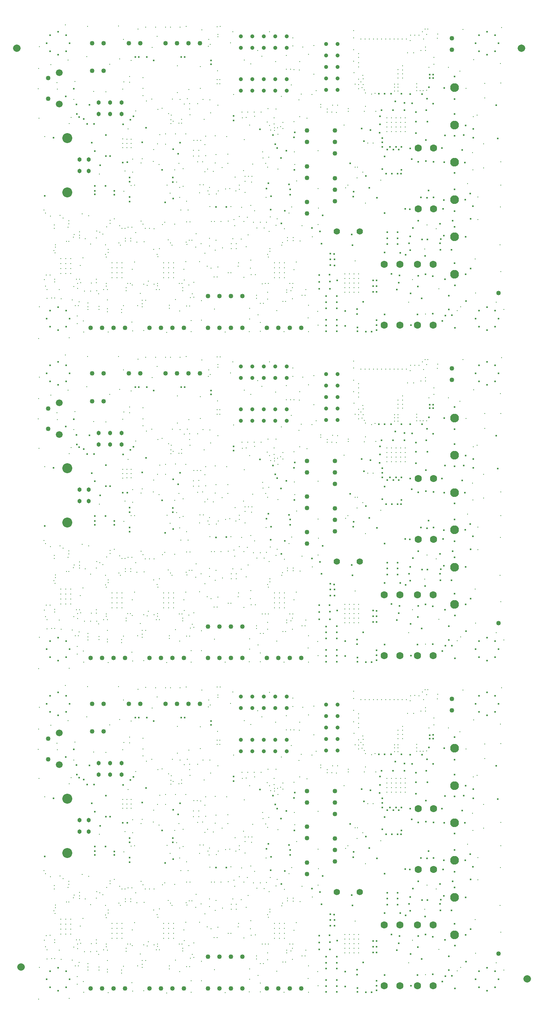
<source format=gbr>
G04 Generated on UCAM*
%FSLAX24Y24*%
%MOIN*%
%IPPOS*%
%ADD10C,0.01000*%
%ADD11C,0.01500*%
%ADD12C,0.03600*%
%ADD13C,0.03800*%
%ADD14C,0.04000*%
%ADD15C,0.05500*%
%ADD16C,0.05900*%
%ADD17C,0.06300*%
%ADD18C,0.07600*%
%ADD19C,0.08700*%
%ADD20C,0.06550*%
%SRX1Y1I0.0000J0.0000*%
%LN29384_drill*%
%LPD*%
D10*
X12061Y12061D03*
X14731Y12121D03*
X15431Y13351D03*
X15441Y14011D03*
X15521Y14941D03*
X15253D03*
X15589Y15259D03*
X15019Y15438D03*
X14021Y15511D03*
X13478Y15589D03*
X13198D03*
X12791Y15551D03*
X12141Y14821D03*
X16371Y14841D03*
Y14581D03*
X16381Y15151D03*
X17321Y14861D03*
Y14601D03*
X18061Y14648D03*
Y14409D03*
X18079Y15418D03*
X19471Y14911D03*
X19311Y14591D03*
X19301Y14331D03*
X20191Y13501D03*
X20281Y12741D03*
X21221Y12771D03*
X23221Y12601D03*
X25371Y12651D03*
X25361Y13641D03*
X26281Y13651D03*
Y15361D03*
X25299Y15618D03*
X25231Y14901D03*
X24961D03*
X24378Y14459D03*
X23461Y14691D03*
X23458Y14949D03*
X23998Y15459D03*
X21388Y15409D03*
X21119D03*
X21091Y15081D03*
Y14821D03*
X20701Y14941D03*
X18121Y12611D03*
X16001Y12641D03*
X15981Y13591D03*
X27401Y14631D03*
X28351Y12631D03*
X30441Y12671D03*
X30471Y13771D03*
X30461Y14681D03*
X31198Y14129D03*
X31058Y15568D03*
X31398Y15138D03*
X31658D03*
X32041Y15491D03*
X33359Y15299D03*
X33609D03*
X34199Y15518D03*
X35619Y14949D03*
X35561Y13861D03*
X35591Y12651D03*
X36431Y13221D03*
X36411Y14441D03*
X32848Y14478D03*
X33481Y12651D03*
X31411Y12681D03*
X31401Y13451D03*
X44351Y15211D03*
X45791Y14191D03*
X48579Y14509D03*
X48878Y14828D03*
X51971Y15221D03*
X52621Y14581D03*
X52361Y17891D03*
X52291Y20211D03*
X52341Y23521D03*
X52371Y25411D03*
X52381Y27461D03*
X50861Y26941D03*
X49931Y26761D03*
X49891Y28251D03*
X50871Y29011D03*
X49471Y25551D03*
X50381Y24391D03*
X50361Y22441D03*
X50131Y18991D03*
X50171Y16041D03*
X46968Y16388D03*
X44681Y17201D03*
X45721Y19871D03*
X45951Y21971D03*
X46721Y21641D03*
X40564Y23854D03*
X40330Y26551D03*
X39861Y26991D03*
X39661Y27001D03*
X39834Y26067D03*
X39051Y25417D03*
X38826Y25189D03*
X36421Y25121D03*
X36481Y23431D03*
X36428Y21988D03*
X35051Y21881D03*
X34859Y20568D03*
X34279Y20598D03*
Y20849D03*
X33768D03*
X33758Y20608D03*
X33349Y20429D03*
X33268Y20199D03*
X32229Y19899D03*
Y19648D03*
X32048Y19409D03*
X32093Y19174D03*
X32625Y18659D03*
Y18226D03*
X33059D03*
Y18659D03*
X33492D03*
Y18226D03*
Y17793D03*
Y17359D03*
X33059D03*
X32625D03*
Y17793D03*
X33059D03*
X34348Y18069D03*
X34539Y18734D03*
X34248Y16848D03*
X33982D03*
X34199Y16488D03*
X34058Y16238D03*
X33719Y16308D03*
Y16089D03*
X35029Y15819D03*
X35289D03*
X35378Y16319D03*
X38777Y16485D03*
Y16085D03*
X39177D03*
Y16485D03*
X39577D03*
Y16085D03*
X39977D03*
Y16485D03*
Y16885D03*
Y17285D03*
Y17685D03*
X39577D03*
Y17285D03*
X39177D03*
Y17685D03*
X38777D03*
Y17285D03*
Y16885D03*
X39177D03*
X39577D03*
X39659Y18838D03*
X35938Y20938D03*
X33519Y21618D03*
X32778Y21929D03*
X32856Y22480D03*
X32285Y22657D03*
X31933Y22208D03*
X31389Y22185D03*
X31744Y21702D03*
X32178Y21409D03*
X31909Y24369D03*
X32035Y27004D03*
X31878Y27326D03*
X31622Y27795D03*
X31611Y28321D03*
X32141Y27874D03*
X32921Y26821D03*
X34409Y27242D03*
X34368Y28326D03*
X36431Y28411D03*
X35464Y31248D03*
X34350Y30964D03*
X33359Y30900D03*
X33362Y30348D03*
X33164Y30531D03*
X32909Y30420D03*
X32629D03*
Y30185D03*
X32317Y30218D03*
X32208Y30637D03*
X32002Y30927D03*
X32598Y30747D03*
X32922Y29875D03*
X34581Y25801D03*
X34121Y23531D03*
X33909Y22989D03*
X32088Y16848D03*
X31828D03*
X31581Y16841D03*
X32035Y16094D03*
X41911Y25861D03*
X41241Y29101D03*
X40761D03*
X42430Y30096D03*
Y30496D03*
Y30896D03*
X42830D03*
Y30496D03*
Y30096D03*
X43230D03*
X43630D03*
X44030D03*
Y30496D03*
X43630D03*
Y30896D03*
X44030D03*
X43230D03*
Y30496D03*
X38712Y30663D03*
X30456Y30645D03*
X30011Y29409D03*
X28486Y29675D03*
X27462Y29724D03*
X26645Y29685D03*
X26586Y28960D03*
X26212Y29330D03*
X25907Y29339D03*
X25597D03*
X25559Y28456D03*
X26039Y28468D03*
X26047Y27968D03*
X25570D03*
X25929Y27448D03*
X26360Y27470D03*
X26622Y27992D03*
X27531Y28090D03*
X27472Y27372D03*
X27295Y26614D03*
X26818Y26841D03*
X26567Y26592D03*
X26437Y25472D03*
X26122D03*
X26098Y24767D03*
X26822Y24941D03*
X26948Y24629D03*
X26972Y25232D03*
X27738Y24938D03*
X27582Y24668D03*
X28358Y25086D03*
X28744Y25134D03*
X29263Y24939D03*
X29571Y25071D03*
X29570Y25426D03*
X30080Y25777D03*
X30056Y26188D03*
X30366D03*
X30676D03*
X30641Y25708D03*
X30055Y24784D03*
X29756Y23500D03*
X30563Y23665D03*
X30917Y23198D03*
X30789Y22188D03*
X31098Y21709D03*
X30348Y21098D03*
X29736Y20728D03*
X28988Y20777D03*
X28880Y20334D03*
X29313D03*
Y19901D03*
X28880D03*
X28112Y19970D03*
X27460Y19773D03*
X26960Y20118D03*
Y20797D03*
X27551Y20639D03*
X26228Y20338D03*
X25759Y20038D03*
X25429Y20628D03*
X25201D03*
X24938Y20459D03*
X25018Y20248D03*
X23709Y20208D03*
X23579Y20408D03*
X23379Y20668D03*
X22608Y19908D03*
X22109Y19819D03*
X22389Y19409D03*
X22469Y19179D03*
X22985Y18659D03*
X23419D03*
Y18226D03*
X22985D03*
Y17793D03*
X23419D03*
X23852D03*
Y18226D03*
Y18659D03*
X24899Y18744D03*
X24729Y18089D03*
X24781Y17151D03*
X24578Y16848D03*
X24342D03*
X24639Y16488D03*
Y16238D03*
X25171Y16731D03*
X25591Y16951D03*
X25478Y15948D03*
X25611Y15671D03*
X23852Y17359D03*
X23419D03*
X22985D03*
X22448Y16868D03*
Y16648D03*
X22348Y16338D03*
X22599D03*
X22131Y16781D03*
X21539Y16688D03*
X21249Y16779D03*
X21648Y17059D03*
X20241Y16721D03*
X20059Y16868D03*
X19839D03*
X19719Y16488D03*
Y16228D03*
X20951Y16001D03*
X20229Y18079D03*
X20429Y18724D03*
X19352Y18659D03*
Y18226D03*
X18918D03*
Y18659D03*
X18485D03*
Y18226D03*
Y17793D03*
X18918D03*
X19352D03*
Y17359D03*
X18918D03*
X18485D03*
X17959Y16848D03*
Y16629D03*
X18059Y16329D03*
X17749Y16338D03*
X17141Y16211D03*
X17291Y15961D03*
X16601Y16201D03*
X16061D03*
X15728Y16928D03*
X15628Y17219D03*
X15719Y18429D03*
X15939Y19099D03*
X16599Y20299D03*
X16141Y20771D03*
X15651Y20831D03*
Y21061D03*
X15648Y21369D03*
X17121Y21421D03*
X17411Y21321D03*
X17661Y21151D03*
X17098Y20838D03*
X17888Y20219D03*
X18139Y19819D03*
Y19569D03*
X17892Y19378D03*
X17972Y19159D03*
X19209Y20208D03*
X19079Y20408D03*
X19628Y20549D03*
Y20789D03*
X20119D03*
Y20549D03*
X20641Y20461D03*
X21268Y20498D03*
X21369Y21648D03*
X21748D03*
X22129Y21639D03*
X22859Y22009D03*
X23059Y22199D03*
X23939Y22039D03*
X24959Y22239D03*
X25259D03*
X25106Y23260D03*
X24469Y23259D03*
X24362Y24354D03*
X24374Y25236D03*
X24677Y25338D03*
X24110Y25681D03*
X23271Y25437D03*
X23549Y24739D03*
X24968Y24018D03*
X27019Y23563D03*
X27148Y22269D03*
X27418D03*
X27974Y22263D03*
X28602Y22299D03*
X29106Y22421D03*
X29185Y21880D03*
X29964Y22263D03*
X30256Y22641D03*
X29555Y22704D03*
X28850Y23573D03*
X29214Y26112D03*
X29921Y26688D03*
X30721Y27271D03*
X28574Y27342D03*
X28565Y28120D03*
X28082Y26968D03*
X24673Y26862D03*
X24291Y27339D03*
X23921Y26751D03*
X22582Y27236D03*
X22081Y27481D03*
X22111Y28521D03*
X22448Y29011D03*
X23131Y29010D03*
X23133Y29886D03*
X22631Y29821D03*
X24008Y29899D03*
X24887Y29889D03*
X24535Y30838D03*
X24311Y30834D03*
X24547Y31169D03*
X23819Y31004D03*
X23618Y31126D03*
X23594Y30793D03*
X26507Y31151D03*
X19871Y30311D03*
X19769Y29443D03*
Y29069D03*
X19396D03*
X19392Y29446D03*
X20143Y29443D03*
Y29069D03*
Y28694D03*
X19769D03*
X19394Y28685D03*
X20259Y27678D03*
X21093Y27728D03*
X20998Y27359D03*
X20278Y26558D03*
X19589Y26658D03*
X20131Y25401D03*
X20441Y25411D03*
X19511Y24901D03*
X18678Y22478D03*
X18319Y22369D03*
Y22109D03*
X18018Y21799D03*
X19131Y21891D03*
X19339Y21669D03*
X19589D03*
X19878Y21758D03*
X20199D03*
X20549Y21309D03*
X21178Y22015D03*
X21019Y22308D03*
X16429Y22759D03*
X15878Y22919D03*
X17378Y26409D03*
X17119Y17219D03*
Y16918D03*
X16681Y16891D03*
X27378Y17428D03*
X27629D03*
X27718Y18307D03*
X27098Y18179D03*
X26754Y18346D03*
X26089Y18769D03*
X26557Y19488D03*
X25809Y21191D03*
X30159Y20069D03*
X30582Y18887D03*
X30549Y18189D03*
X30601Y17636D03*
X30971Y17641D03*
X29969Y17399D03*
X29470Y18346D03*
X29509Y18661D03*
X28849Y17779D03*
X28619D03*
X31058Y15819D03*
X15468Y16438D03*
X15479Y16859D03*
X15368Y17219D03*
X15138Y16599D03*
X14878Y17719D03*
Y18153D03*
Y18586D03*
Y19019D03*
X14445D03*
Y18586D03*
X14012D03*
Y19019D03*
Y18153D03*
X14445D03*
Y17719D03*
X14012D03*
X13481Y17232D03*
Y17002D03*
X13080Y17610D03*
X12728Y17598D03*
X12568Y17183D03*
X12673Y16611D03*
X12788Y16338D03*
X13871Y16321D03*
X13499Y19519D03*
X13419Y19739D03*
X13528Y20018D03*
Y20238D03*
X14489Y20529D03*
X14708D03*
X15099Y20889D03*
X15179Y21119D03*
X14651Y21771D03*
X14708Y22069D03*
Y22329D03*
X14198Y22569D03*
X13938Y22789D03*
X13089Y22719D03*
X12679Y22989D03*
X12531Y23251D03*
X13428Y21948D03*
Y21669D03*
X12601Y29671D03*
X14749Y30808D03*
X14901Y31341D03*
X15141Y32891D03*
X15221Y34461D03*
X13681Y34361D03*
X13711Y33781D03*
X12031Y33831D03*
X12081Y35591D03*
X13141Y35911D03*
X14641Y36331D03*
X14401Y39391D03*
X12131Y37481D03*
X12101Y31271D03*
X16859Y33598D03*
X17921Y33566D03*
X19391Y33801D03*
X19491Y34431D03*
X19991Y34381D03*
X20011Y34881D03*
X21157Y34791D03*
Y33854D03*
X21158Y33238D03*
X21481Y32771D03*
X21941Y32941D03*
X22484Y32039D03*
X22849Y32126D03*
X23397Y31675D03*
X23639Y31534D03*
X23720Y32941D03*
X24401Y32893D03*
X25043Y32952D03*
X25252Y32523D03*
X25232Y32047D03*
X25259Y31547D03*
X24769Y32496D03*
X25928Y32529D03*
X26417Y32893D03*
X26990Y32876D03*
X27698Y32382D03*
X27069Y31742D03*
X29809Y31809D03*
X30302D03*
X30862D03*
X30905Y31428D03*
X30185Y31317D03*
X29831Y31279D03*
X29081Y33321D03*
X27870Y34248D03*
X27645Y34244D03*
X27649Y34634D03*
X27877Y34635D03*
X27659Y35401D03*
X26173Y35775D03*
X26171Y33871D03*
X25161Y33767D03*
X24158Y33479D03*
X24169Y35826D03*
X24413Y39193D03*
X24937Y39267D03*
X23563Y39193D03*
X23135D03*
X22259Y39201D03*
X21401Y39208D03*
X20741Y39041D03*
X19021Y39281D03*
X19461Y38121D03*
X19131Y36411D03*
X20129Y36279D03*
X18269Y35968D03*
X16281Y36641D03*
X16331Y39271D03*
X27897Y39244D03*
X27649Y39243D03*
X27705Y38567D03*
Y38346D03*
X26898Y38114D03*
X27045Y37698D03*
X26874Y37527D03*
X26291Y38971D03*
X29019Y38807D03*
X28801Y37831D03*
X30016Y36334D03*
X30559Y35980D03*
X31161Y37171D03*
X21978Y37429D03*
X22391Y38401D03*
X20531Y31891D03*
X31465Y31803D03*
X32067Y32089D03*
X32766Y32070D03*
X32608Y31292D03*
X34842Y31405D03*
X34754Y32845D03*
X34960Y33374D03*
X35889Y33331D03*
X36279Y33658D03*
X36661Y32456D03*
X36665Y32228D03*
X37236Y32051D03*
Y31795D03*
X37633Y31801D03*
X38027Y31767D03*
X38135Y32389D03*
X37693Y32391D03*
X39061Y32082D03*
X39059Y31862D03*
X40485Y31855D03*
X40576Y32279D03*
X40565Y33463D03*
X40485Y33720D03*
X40259Y33918D03*
X39957Y33843D03*
X39963Y34201D03*
X39661Y34232D03*
X40179Y34433D03*
X40370Y34204D03*
X40353Y34701D03*
X40339Y34998D03*
X39959Y34666D03*
X39573Y35217D03*
X39957Y35733D03*
X39959Y36098D03*
Y36547D03*
Y36907D03*
X39543Y37221D03*
Y36221D03*
Y38260D03*
X39549Y38883D03*
X40179Y38158D03*
X40539D03*
X40898D03*
X41258D03*
X41618D03*
X41977D03*
X42337D03*
X42697D03*
X43056D03*
X43416D03*
X43778Y38163D03*
X44129Y38158D03*
X44474Y38037D03*
X44511Y38495D03*
X44868Y38505D03*
X45240Y38498D03*
X45547Y38806D03*
X45759Y39015D03*
X45988D03*
X45893Y38571D03*
X45639Y38151D03*
X45789Y37448D03*
X45818Y37148D03*
X45399D03*
X44772Y36957D03*
X44238D03*
X43789Y35836D03*
Y35477D03*
Y35117D03*
Y34757D03*
X43419D03*
X43409Y35118D03*
Y35478D03*
X43413Y34221D03*
X43419Y33945D03*
X43103D03*
X43093Y34221D03*
X43119Y33627D03*
X43413D03*
X45035Y33668D03*
X45325D03*
X45605D03*
X45905Y33678D03*
X45025Y33968D03*
Y34248D03*
X46089Y35678D03*
X46539Y35961D03*
Y36551D03*
X46825Y38232D03*
X46869Y38603D03*
X36081Y37601D03*
X35101Y37471D03*
X34231Y37551D03*
Y38271D03*
X33671Y36741D03*
X33681Y35511D03*
X34021D03*
X34348Y35508D03*
X34811Y35471D03*
X34839Y36198D03*
X35611Y36821D03*
X36081Y35081D03*
X34088Y34148D03*
X33220Y33153D03*
X32732Y36181D03*
X31543Y36665D03*
X32201Y38801D03*
X41107Y33349D03*
X41411Y33440D03*
X41458Y31861D03*
X42430Y31296D03*
X42830D03*
X43230D03*
X43630D03*
X44030D03*
X49969Y31409D03*
X50301Y31541D03*
X50971Y33011D03*
Y34301D03*
X52371Y34311D03*
X52351Y36031D03*
X50011Y36371D03*
X48801Y35361D03*
X47801Y35681D03*
X49331Y33861D03*
X49081Y39001D03*
X52451Y39171D03*
X12061Y40841D03*
X14731Y40901D03*
X15431Y42131D03*
X15441Y42791D03*
X15521Y43721D03*
X15253D03*
X15589Y44039D03*
X15019Y44218D03*
X14021Y44291D03*
X13478Y44369D03*
X13198D03*
X12791Y44331D03*
X12141Y43601D03*
X16371Y43621D03*
Y43361D03*
X16381Y43931D03*
X17321Y43641D03*
Y43381D03*
X18061Y43428D03*
Y43189D03*
X18079Y44198D03*
X19471Y43691D03*
X19311Y43371D03*
X19301Y43111D03*
X20191Y42281D03*
X20281Y41521D03*
X21221Y41551D03*
X23221Y41381D03*
X25371Y41431D03*
X25361Y42421D03*
X26281Y42431D03*
Y44141D03*
X25299Y44398D03*
X25231Y43681D03*
X24961D03*
X24378Y43239D03*
X23461Y43471D03*
X23458Y43729D03*
X23998Y44239D03*
X21388Y44189D03*
X21119D03*
X21091Y43861D03*
Y43601D03*
X20701Y43721D03*
X18121Y41391D03*
X16001Y41421D03*
X15981Y42371D03*
X27401Y43411D03*
X28351Y41411D03*
X30441Y41451D03*
X30471Y42551D03*
X30461Y43461D03*
X31198Y42909D03*
X31058Y44348D03*
X31398Y43918D03*
X31658D03*
X32041Y44271D03*
X33359Y44079D03*
X33609D03*
X34199Y44298D03*
X35619Y43729D03*
X35561Y42641D03*
X35591Y41431D03*
X36431Y42001D03*
X36411Y43221D03*
X32848Y43258D03*
X33481Y41431D03*
X31411Y41461D03*
X31401Y42231D03*
X44351Y43991D03*
X45791Y42971D03*
X48579Y43289D03*
X48878Y43608D03*
X51971Y44001D03*
X52621Y43361D03*
X52361Y46671D03*
X52291Y48991D03*
X52341Y52301D03*
X52371Y54191D03*
X52381Y56241D03*
X50861Y55721D03*
X49931Y55541D03*
X49891Y57031D03*
X50871Y57791D03*
X49471Y54331D03*
X50381Y53171D03*
X50361Y51221D03*
X50131Y47771D03*
X50171Y44821D03*
X46968Y45168D03*
X44681Y45981D03*
X45721Y48651D03*
X45951Y50751D03*
X46721Y50421D03*
X40564Y52634D03*
X40330Y55331D03*
X39861Y55771D03*
X39661Y55781D03*
X39834Y54847D03*
X39051Y54197D03*
X38826Y53969D03*
X36421Y53901D03*
X36481Y52211D03*
X36428Y50768D03*
X35051Y50661D03*
X34859Y49348D03*
X34279Y49378D03*
Y49629D03*
X33768D03*
X33758Y49388D03*
X33349Y49209D03*
X33268Y48979D03*
X32229Y48679D03*
Y48428D03*
X32048Y48189D03*
X32093Y47954D03*
X32625Y47439D03*
Y47006D03*
X33059D03*
Y47439D03*
X33492D03*
Y47006D03*
Y46573D03*
Y46139D03*
X33059D03*
X32625D03*
Y46573D03*
X33059D03*
X34348Y46849D03*
X34539Y47514D03*
X34248Y45628D03*
X33982D03*
X34199Y45268D03*
X34058Y45018D03*
X33719Y45088D03*
Y44869D03*
X35029Y44599D03*
X35289D03*
X35378Y45099D03*
X38777Y45265D03*
Y44865D03*
X39177D03*
Y45265D03*
X39577D03*
Y44865D03*
X39977D03*
Y45265D03*
Y45665D03*
Y46065D03*
Y46465D03*
X39577D03*
Y46065D03*
X39177D03*
Y46465D03*
X38777D03*
Y46065D03*
Y45665D03*
X39177D03*
X39577D03*
X39659Y47618D03*
X35938Y49718D03*
X33519Y50398D03*
X32778Y50709D03*
X32856Y51260D03*
X32285Y51437D03*
X31933Y50988D03*
X31389Y50965D03*
X31744Y50482D03*
X32178Y50189D03*
X31909Y53149D03*
X32035Y55784D03*
X31878Y56106D03*
X31622Y56575D03*
X31611Y57101D03*
X32141Y56654D03*
X32921Y55601D03*
X34409Y56022D03*
X34368Y57106D03*
X36431Y57191D03*
X35464Y60028D03*
X34350Y59744D03*
X33359Y59680D03*
X33362Y59128D03*
X33164Y59311D03*
X32909Y59200D03*
X32629D03*
Y58965D03*
X32317Y58998D03*
X32208Y59417D03*
X32002Y59707D03*
X32598Y59527D03*
X32922Y58655D03*
X34581Y54581D03*
X34121Y52311D03*
X33909Y51769D03*
X32088Y45628D03*
X31828D03*
X31581Y45621D03*
X32035Y44874D03*
X41911Y54641D03*
X41241Y57881D03*
X40761D03*
X42430Y58876D03*
Y59276D03*
Y59676D03*
X42830D03*
Y59276D03*
Y58876D03*
X43230D03*
X43630D03*
X44030D03*
Y59276D03*
X43630D03*
Y59676D03*
X44030D03*
X43230D03*
Y59276D03*
X38712Y59443D03*
X30456Y59425D03*
X30011Y58189D03*
X28486Y58455D03*
X27462Y58504D03*
X26645Y58465D03*
X26586Y57740D03*
X26212Y58110D03*
X25907Y58119D03*
X25597D03*
X25559Y57236D03*
X26039Y57248D03*
X26047Y56748D03*
X25570D03*
X25929Y56228D03*
X26360Y56250D03*
X26622Y56772D03*
X27531Y56870D03*
X27472Y56152D03*
X27295Y55394D03*
X26818Y55621D03*
X26567Y55372D03*
X26437Y54252D03*
X26122D03*
X26098Y53547D03*
X26822Y53721D03*
X26948Y53409D03*
X26972Y54012D03*
X27738Y53718D03*
X27582Y53448D03*
X28358Y53866D03*
X28744Y53914D03*
X29263Y53719D03*
X29571Y53851D03*
X29570Y54206D03*
X30080Y54557D03*
X30056Y54968D03*
X30366D03*
X30676D03*
X30641Y54488D03*
X30055Y53564D03*
X29756Y52280D03*
X30563Y52445D03*
X30917Y51978D03*
X30789Y50968D03*
X31098Y50489D03*
X30348Y49878D03*
X29736Y49508D03*
X28988Y49557D03*
X28880Y49114D03*
X29313D03*
Y48681D03*
X28880D03*
X28112Y48750D03*
X27460Y48553D03*
X26960Y48898D03*
Y49577D03*
X27551Y49419D03*
X26228Y49118D03*
X25759Y48818D03*
X25429Y49408D03*
X25201D03*
X24938Y49239D03*
X25018Y49028D03*
X23709Y48988D03*
X23579Y49188D03*
X23379Y49448D03*
X22608Y48688D03*
X22109Y48599D03*
X22389Y48189D03*
X22469Y47959D03*
X22985Y47439D03*
X23419D03*
Y47006D03*
X22985D03*
Y46573D03*
X23419D03*
X23852D03*
Y47006D03*
Y47439D03*
X24899Y47524D03*
X24729Y46869D03*
X24781Y45931D03*
X24578Y45628D03*
X24342D03*
X24639Y45268D03*
Y45018D03*
X25171Y45511D03*
X25591Y45731D03*
X25478Y44728D03*
X25611Y44451D03*
X23852Y46139D03*
X23419D03*
X22985D03*
X22448Y45648D03*
Y45428D03*
X22348Y45118D03*
X22599D03*
X22131Y45561D03*
X21539Y45468D03*
X21249Y45559D03*
X21648Y45839D03*
X20241Y45501D03*
X20059Y45648D03*
X19839D03*
X19719Y45268D03*
Y45008D03*
X20951Y44781D03*
X20229Y46859D03*
X20429Y47504D03*
X19352Y47439D03*
Y47006D03*
X18918D03*
Y47439D03*
X18485D03*
Y47006D03*
Y46573D03*
X18918D03*
X19352D03*
Y46139D03*
X18918D03*
X18485D03*
X17959Y45628D03*
Y45409D03*
X18059Y45109D03*
X17749Y45118D03*
X17141Y44991D03*
X17291Y44741D03*
X16601Y44981D03*
X16061D03*
X15728Y45708D03*
X15628Y45999D03*
X15719Y47209D03*
X15939Y47879D03*
X16599Y49079D03*
X16141Y49551D03*
X15651Y49611D03*
Y49841D03*
X15648Y50149D03*
X17121Y50201D03*
X17411Y50101D03*
X17661Y49931D03*
X17098Y49618D03*
X17888Y48999D03*
X18139Y48599D03*
Y48349D03*
X17892Y48158D03*
X17972Y47939D03*
X19209Y48988D03*
X19079Y49188D03*
X19628Y49329D03*
Y49569D03*
X20119D03*
Y49329D03*
X20641Y49241D03*
X21268Y49278D03*
X21369Y50428D03*
X21748D03*
X22129Y50419D03*
X22859Y50789D03*
X23059Y50979D03*
X23939Y50819D03*
X24959Y51019D03*
X25259D03*
X25106Y52040D03*
X24469Y52039D03*
X24362Y53134D03*
X24374Y54016D03*
X24677Y54118D03*
X24110Y54461D03*
X23271Y54217D03*
X23549Y53519D03*
X24968Y52798D03*
X27019Y52343D03*
X27148Y51049D03*
X27418D03*
X27974Y51043D03*
X28602Y51079D03*
X29106Y51201D03*
X29185Y50660D03*
X29964Y51043D03*
X30256Y51421D03*
X29555Y51484D03*
X28850Y52353D03*
X29214Y54892D03*
X29921Y55468D03*
X30721Y56051D03*
X28574Y56122D03*
X28565Y56900D03*
X28082Y55748D03*
X24673Y55642D03*
X24291Y56119D03*
X23921Y55531D03*
X22582Y56016D03*
X22081Y56261D03*
X22111Y57301D03*
X22448Y57791D03*
X23131Y57790D03*
X23133Y58666D03*
X22631Y58601D03*
X24008Y58679D03*
X24887Y58669D03*
X24535Y59618D03*
X24311Y59614D03*
X24547Y59949D03*
X23819Y59784D03*
X23618Y59906D03*
X23594Y59573D03*
X26507Y59931D03*
X19871Y59091D03*
X19769Y58223D03*
Y57849D03*
X19396D03*
X19392Y58226D03*
X20143Y58223D03*
Y57849D03*
Y57474D03*
X19769D03*
X19394Y57465D03*
X20259Y56458D03*
X21093Y56508D03*
X20998Y56139D03*
X20278Y55338D03*
X19589Y55438D03*
X20131Y54181D03*
X20441Y54191D03*
X19511Y53681D03*
X18678Y51258D03*
X18319Y51149D03*
Y50889D03*
X18018Y50579D03*
X19131Y50671D03*
X19339Y50449D03*
X19589D03*
X19878Y50538D03*
X20199D03*
X20549Y50089D03*
X21178Y50795D03*
X21019Y51088D03*
X16429Y51539D03*
X15878Y51699D03*
X17378Y55189D03*
X17119Y45999D03*
Y45698D03*
X16681Y45671D03*
X27378Y46208D03*
X27629D03*
X27718Y47087D03*
X27098Y46959D03*
X26754Y47126D03*
X26089Y47549D03*
X26557Y48268D03*
X25809Y49971D03*
X30159Y48849D03*
X30582Y47667D03*
X30549Y46969D03*
X30601Y46416D03*
X30971Y46421D03*
X29969Y46179D03*
X29470Y47126D03*
X29509Y47441D03*
X28849Y46559D03*
X28619D03*
X31058Y44599D03*
X15468Y45218D03*
X15479Y45639D03*
X15368Y45999D03*
X15138Y45379D03*
X14878Y46499D03*
Y46933D03*
Y47366D03*
Y47799D03*
X14445D03*
Y47366D03*
X14012D03*
Y47799D03*
Y46933D03*
X14445D03*
Y46499D03*
X14012D03*
X13481Y46012D03*
Y45782D03*
X13080Y46390D03*
X12728Y46378D03*
X12568Y45963D03*
X12673Y45391D03*
X12788Y45118D03*
X13871Y45101D03*
X13499Y48299D03*
X13419Y48519D03*
X13528Y48798D03*
Y49018D03*
X14489Y49309D03*
X14708D03*
X15099Y49669D03*
X15179Y49899D03*
X14651Y50551D03*
X14708Y50849D03*
Y51109D03*
X14198Y51349D03*
X13938Y51569D03*
X13089Y51499D03*
X12679Y51769D03*
X12531Y52031D03*
X13428Y50728D03*
Y50449D03*
X12601Y58451D03*
X14749Y59588D03*
X14901Y60121D03*
X15141Y61671D03*
X15221Y63241D03*
X13681Y63141D03*
X13711Y62561D03*
X12031Y62611D03*
X12081Y64371D03*
X13141Y64691D03*
X14641Y65111D03*
X14401Y68171D03*
X12131Y66261D03*
X12101Y60051D03*
X16859Y62378D03*
X17921Y62346D03*
X19391Y62581D03*
X19491Y63211D03*
X19991Y63161D03*
X20011Y63661D03*
X21157Y63571D03*
Y62634D03*
X21158Y62018D03*
X21481Y61551D03*
X21941Y61721D03*
X22484Y60819D03*
X22849Y60906D03*
X23397Y60455D03*
X23639Y60314D03*
X23720Y61721D03*
X24401Y61673D03*
X25043Y61732D03*
X25252Y61303D03*
X25232Y60827D03*
X25259Y60327D03*
X24769Y61276D03*
X25928Y61309D03*
X26417Y61673D03*
X26990Y61656D03*
X27698Y61162D03*
X27069Y60522D03*
X29809Y60589D03*
X30302D03*
X30862D03*
X30905Y60208D03*
X30185Y60097D03*
X29831Y60059D03*
X29081Y62101D03*
X27870Y63028D03*
X27645Y63024D03*
X27649Y63414D03*
X27877Y63415D03*
X27659Y64181D03*
X26173Y64555D03*
X26171Y62651D03*
X25161Y62547D03*
X24158Y62259D03*
X24169Y64606D03*
X24413Y67973D03*
X24937Y68047D03*
X23563Y67973D03*
X23135D03*
X22259Y67981D03*
X21401Y67988D03*
X20741Y67821D03*
X19021Y68061D03*
X19461Y66901D03*
X19131Y65191D03*
X20129Y65059D03*
X18269Y64748D03*
X16281Y65421D03*
X16331Y68051D03*
X27897Y68024D03*
X27649Y68023D03*
X27705Y67347D03*
Y67126D03*
X26898Y66894D03*
X27045Y66478D03*
X26874Y66307D03*
X26291Y67751D03*
X29019Y67587D03*
X28801Y66611D03*
X30016Y65114D03*
X30559Y64760D03*
X31161Y65951D03*
X21978Y66209D03*
X22391Y67181D03*
X20531Y60671D03*
X31465Y60583D03*
X32067Y60869D03*
X32766Y60850D03*
X32608Y60072D03*
X34842Y60185D03*
X34754Y61625D03*
X34960Y62154D03*
X35889Y62111D03*
X36279Y62438D03*
X36661Y61236D03*
X36665Y61008D03*
X37236Y60831D03*
Y60575D03*
X37633Y60581D03*
X38027Y60547D03*
X38135Y61169D03*
X37693Y61171D03*
X39061Y60862D03*
X39059Y60642D03*
X40485Y60635D03*
X40576Y61059D03*
X40565Y62243D03*
X40485Y62500D03*
X40259Y62698D03*
X39957Y62623D03*
X39963Y62981D03*
X39661Y63012D03*
X40179Y63213D03*
X40370Y62984D03*
X40353Y63481D03*
X40339Y63778D03*
X39959Y63446D03*
X39573Y63997D03*
X39957Y64513D03*
X39959Y64878D03*
Y65327D03*
Y65687D03*
X39543Y66001D03*
Y65001D03*
Y67040D03*
X39549Y67663D03*
X40179Y66938D03*
X40539D03*
X40898D03*
X41258D03*
X41618D03*
X41977D03*
X42337D03*
X42697D03*
X43056D03*
X43416D03*
X43778Y66943D03*
X44129Y66938D03*
X44474Y66817D03*
X44511Y67275D03*
X44868Y67285D03*
X45240Y67278D03*
X45547Y67586D03*
X45759Y67795D03*
X45988D03*
X45893Y67351D03*
X45639Y66931D03*
X45789Y66228D03*
X45818Y65928D03*
X45399D03*
X44772Y65737D03*
X44238D03*
X43789Y64616D03*
Y64257D03*
Y63897D03*
Y63537D03*
X43419D03*
X43409Y63898D03*
Y64258D03*
X43413Y63001D03*
X43419Y62725D03*
X43103D03*
X43093Y63001D03*
X43119Y62407D03*
X43413D03*
X45035Y62448D03*
X45325D03*
X45605D03*
X45905Y62458D03*
X45025Y62748D03*
Y63028D03*
X46089Y64458D03*
X46539Y64741D03*
Y65331D03*
X46825Y67012D03*
X46869Y67383D03*
X36081Y66381D03*
X35101Y66251D03*
X34231Y66331D03*
Y67051D03*
X33671Y65521D03*
X33681Y64291D03*
X34021D03*
X34348Y64288D03*
X34811Y64251D03*
X34839Y64978D03*
X35611Y65601D03*
X36081Y63861D03*
X34088Y62928D03*
X33220Y61933D03*
X32732Y64961D03*
X31543Y65445D03*
X32201Y67581D03*
X41107Y62129D03*
X41411Y62220D03*
X41458Y60641D03*
X42430Y60076D03*
X42830D03*
X43230D03*
X43630D03*
X44030D03*
X49969Y60189D03*
X50301Y60321D03*
X50971Y61791D03*
Y63081D03*
X52371Y63091D03*
X52351Y64811D03*
X50011Y65151D03*
X48801Y64141D03*
X47801Y64461D03*
X49331Y62641D03*
X49081Y67781D03*
X52451Y67951D03*
X12061Y69620D03*
X14731Y69680D03*
X15431Y70910D03*
X15441Y71570D03*
X15521Y72500D03*
X15253D03*
X15589Y72818D03*
X15019Y72997D03*
X14021Y73070D03*
X13478Y73148D03*
X13198D03*
X12791Y73110D03*
X12141Y72380D03*
X16371Y72400D03*
Y72140D03*
X16381Y72710D03*
X17321Y72420D03*
Y72160D03*
X18061Y72207D03*
Y71968D03*
X18079Y72977D03*
X19471Y72470D03*
X19311Y72150D03*
X19301Y71890D03*
X20191Y71060D03*
X20281Y70300D03*
X21221Y70330D03*
X23221Y70160D03*
X25371Y70210D03*
X25361Y71200D03*
X26281Y71210D03*
Y72920D03*
X25299Y73177D03*
X25231Y72460D03*
X24961D03*
X24378Y72018D03*
X23461Y72250D03*
X23458Y72508D03*
X23998Y73018D03*
X21388Y72968D03*
X21119D03*
X21091Y72640D03*
Y72380D03*
X20701Y72500D03*
X18121Y70170D03*
X16001Y70200D03*
X15981Y71150D03*
X27401Y72190D03*
X28351Y70190D03*
X30441Y70230D03*
X30471Y71330D03*
X30461Y72240D03*
X31198Y71688D03*
X31058Y73127D03*
X31398Y72697D03*
X31658D03*
X32041Y73050D03*
X33359Y72858D03*
X33609D03*
X34199Y73077D03*
X35619Y72508D03*
X35561Y71420D03*
X35591Y70210D03*
X36431Y70780D03*
X36411Y72000D03*
X32848Y72037D03*
X33481Y70210D03*
X31411Y70240D03*
X31401Y71010D03*
X44351Y72770D03*
X45791Y71750D03*
X48579Y72068D03*
X48878Y72387D03*
X51971Y72780D03*
X52621Y72140D03*
X52361Y75450D03*
X52291Y77770D03*
X52341Y81080D03*
X52371Y82970D03*
X52381Y85020D03*
X50861Y84500D03*
X49931Y84320D03*
X49891Y85810D03*
X50871Y86570D03*
X49471Y83110D03*
X50381Y81950D03*
X50361Y80000D03*
X50131Y76550D03*
X50171Y73600D03*
X46968Y73947D03*
X44681Y74760D03*
X45721Y77430D03*
X45951Y79530D03*
X46721Y79200D03*
X40564Y81413D03*
X40330Y84110D03*
X39861Y84550D03*
X39661Y84560D03*
X39834Y83626D03*
X39051Y82976D03*
X38826Y82748D03*
X36421Y82680D03*
X36481Y80990D03*
X36428Y79547D03*
X35051Y79440D03*
X34859Y78127D03*
X34279Y78157D03*
Y78408D03*
X33768D03*
X33758Y78167D03*
X33349Y77988D03*
X33268Y77758D03*
X32229Y77458D03*
Y77207D03*
X32048Y76968D03*
X32093Y76733D03*
X32625Y76218D03*
Y75785D03*
X33059D03*
Y76218D03*
X33492D03*
Y75785D03*
Y75352D03*
Y74918D03*
X33059D03*
X32625D03*
Y75352D03*
X33059D03*
X34348Y75628D03*
X34539Y76293D03*
X34248Y74407D03*
X33982D03*
X34199Y74047D03*
X34058Y73797D03*
X33719Y73867D03*
Y73648D03*
X35029Y73378D03*
X35289D03*
X35378Y73878D03*
X38777Y74044D03*
Y73644D03*
X39177D03*
Y74044D03*
X39577D03*
Y73644D03*
X39977D03*
Y74044D03*
Y74444D03*
Y74844D03*
Y75244D03*
X39577D03*
Y74844D03*
X39177D03*
Y75244D03*
X38777D03*
Y74844D03*
Y74444D03*
X39177D03*
X39577D03*
X39659Y76397D03*
X35938Y78497D03*
X33519Y79177D03*
X32778Y79488D03*
X32856Y80039D03*
X32285Y80216D03*
X31933Y79767D03*
X31389Y79744D03*
X31744Y79261D03*
X32178Y78968D03*
X31909Y81928D03*
X32035Y84563D03*
X31878Y84885D03*
X31622Y85354D03*
X31611Y85880D03*
X32141Y85433D03*
X32921Y84380D03*
X34409Y84801D03*
X34368Y85885D03*
X36431Y85970D03*
X35464Y88807D03*
X34350Y88523D03*
X33359Y88459D03*
X33362Y87907D03*
X33164Y88090D03*
X32909Y87979D03*
X32629D03*
Y87744D03*
X32317Y87777D03*
X32208Y88196D03*
X32002Y88486D03*
X32598Y88306D03*
X32922Y87434D03*
X34581Y83360D03*
X34121Y81090D03*
X33909Y80548D03*
X32088Y74407D03*
X31828D03*
X31581Y74400D03*
X32035Y73653D03*
X41911Y83420D03*
X41241Y86660D03*
X40761D03*
X42430Y87655D03*
Y88055D03*
Y88455D03*
X42830D03*
Y88055D03*
Y87655D03*
X43230D03*
X43630D03*
X44030D03*
Y88055D03*
X43630D03*
Y88455D03*
X44030D03*
X43230D03*
Y88055D03*
X38712Y88222D03*
X30456Y88204D03*
X30011Y86968D03*
X28486Y87234D03*
X27462Y87283D03*
X26645Y87244D03*
X26586Y86519D03*
X26212Y86889D03*
X25907Y86898D03*
X25597D03*
X25559Y86015D03*
X26039Y86027D03*
X26047Y85527D03*
X25570D03*
X25929Y85007D03*
X26360Y85029D03*
X26622Y85551D03*
X27531Y85649D03*
X27472Y84931D03*
X27295Y84173D03*
X26818Y84400D03*
X26567Y84151D03*
X26437Y83031D03*
X26122D03*
X26098Y82326D03*
X26822Y82500D03*
X26948Y82188D03*
X26972Y82791D03*
X27738Y82497D03*
X27582Y82227D03*
X28358Y82645D03*
X28744Y82693D03*
X29263Y82498D03*
X29571Y82630D03*
X29570Y82985D03*
X30080Y83336D03*
X30056Y83747D03*
X30366D03*
X30676D03*
X30641Y83267D03*
X30055Y82343D03*
X29756Y81059D03*
X30563Y81224D03*
X30917Y80757D03*
X30789Y79747D03*
X31098Y79268D03*
X30348Y78657D03*
X29736Y78287D03*
X28988Y78336D03*
X28880Y77893D03*
X29313D03*
Y77460D03*
X28880D03*
X28112Y77529D03*
X27460Y77332D03*
X26960Y77677D03*
Y78356D03*
X27551Y78198D03*
X26228Y77897D03*
X25759Y77597D03*
X25429Y78187D03*
X25201D03*
X24938Y78018D03*
X25018Y77807D03*
X23709Y77767D03*
X23579Y77967D03*
X23379Y78227D03*
X22608Y77467D03*
X22109Y77378D03*
X22389Y76968D03*
X22469Y76738D03*
X22985Y76218D03*
X23419D03*
Y75785D03*
X22985D03*
Y75352D03*
X23419D03*
X23852D03*
Y75785D03*
Y76218D03*
X24899Y76303D03*
X24729Y75648D03*
X24781Y74710D03*
X24578Y74407D03*
X24342D03*
X24639Y74047D03*
Y73797D03*
X25171Y74290D03*
X25591Y74510D03*
X25478Y73507D03*
X25611Y73230D03*
X23852Y74918D03*
X23419D03*
X22985D03*
X22448Y74427D03*
Y74207D03*
X22348Y73897D03*
X22599D03*
X22131Y74340D03*
X21539Y74247D03*
X21249Y74338D03*
X21648Y74618D03*
X20241Y74280D03*
X20059Y74427D03*
X19839D03*
X19719Y74047D03*
Y73787D03*
X20951Y73560D03*
X20229Y75638D03*
X20429Y76283D03*
X19352Y76218D03*
Y75785D03*
X18918D03*
Y76218D03*
X18485D03*
Y75785D03*
Y75352D03*
X18918D03*
X19352D03*
Y74918D03*
X18918D03*
X18485D03*
X17959Y74407D03*
Y74188D03*
X18059Y73888D03*
X17749Y73897D03*
X17141Y73770D03*
X17291Y73520D03*
X16601Y73760D03*
X16061D03*
X15728Y74487D03*
X15628Y74778D03*
X15719Y75988D03*
X15939Y76658D03*
X16599Y77858D03*
X16141Y78330D03*
X15651Y78390D03*
Y78620D03*
X15648Y78928D03*
X17121Y78980D03*
X17411Y78880D03*
X17661Y78710D03*
X17098Y78397D03*
X17888Y77778D03*
X18139Y77378D03*
Y77128D03*
X17892Y76937D03*
X17972Y76718D03*
X19209Y77767D03*
X19079Y77967D03*
X19628Y78108D03*
Y78348D03*
X20119D03*
Y78108D03*
X20641Y78020D03*
X21268Y78057D03*
X21369Y79207D03*
X21748D03*
X22129Y79198D03*
X22859Y79568D03*
X23059Y79758D03*
X23939Y79598D03*
X24959Y79798D03*
X25259D03*
X25106Y80819D03*
X24469Y80818D03*
X24362Y81913D03*
X24374Y82795D03*
X24677Y82897D03*
X24110Y83240D03*
X23271Y82996D03*
X23549Y82298D03*
X24968Y81577D03*
X27019Y81122D03*
X27148Y79828D03*
X27418D03*
X27974Y79822D03*
X28602Y79858D03*
X29106Y79980D03*
X29185Y79439D03*
X29964Y79822D03*
X30256Y80200D03*
X29555Y80263D03*
X28850Y81132D03*
X29214Y83671D03*
X29921Y84247D03*
X30721Y84830D03*
X28574Y84901D03*
X28565Y85679D03*
X28082Y84527D03*
X24673Y84421D03*
X24291Y84898D03*
X23921Y84310D03*
X22582Y84795D03*
X22081Y85040D03*
X22111Y86080D03*
X22448Y86570D03*
X23131Y86569D03*
X23133Y87445D03*
X22631Y87380D03*
X24008Y87458D03*
X24887Y87448D03*
X24535Y88397D03*
X24311Y88393D03*
X24547Y88728D03*
X23819Y88563D03*
X23618Y88685D03*
X23594Y88352D03*
X26507Y88710D03*
X19871Y87870D03*
X19769Y87002D03*
Y86628D03*
X19396D03*
X19392Y87005D03*
X20143Y87002D03*
Y86628D03*
Y86253D03*
X19769D03*
X19394Y86244D03*
X20259Y85237D03*
X21093Y85287D03*
X20998Y84918D03*
X20278Y84117D03*
X19589Y84217D03*
X20131Y82960D03*
X20441Y82970D03*
X19511Y82460D03*
X18678Y80037D03*
X18319Y79928D03*
Y79668D03*
X18018Y79358D03*
X19131Y79450D03*
X19339Y79228D03*
X19589D03*
X19878Y79317D03*
X20199D03*
X20549Y78868D03*
X21178Y79574D03*
X21019Y79867D03*
X16429Y80318D03*
X15878Y80478D03*
X17378Y83968D03*
X17119Y74778D03*
Y74477D03*
X16681Y74450D03*
X27378Y74987D03*
X27629D03*
X27718Y75866D03*
X27098Y75738D03*
X26754Y75905D03*
X26089Y76328D03*
X26557Y77047D03*
X25809Y78750D03*
X30159Y77628D03*
X30582Y76446D03*
X30549Y75748D03*
X30601Y75195D03*
X30971Y75200D03*
X29969Y74958D03*
X29470Y75905D03*
X29509Y76220D03*
X28849Y75338D03*
X28619D03*
X31058Y73378D03*
X15468Y73997D03*
X15479Y74418D03*
X15368Y74778D03*
X15138Y74158D03*
X14878Y75278D03*
Y75712D03*
Y76145D03*
Y76578D03*
X14445D03*
Y76145D03*
X14012D03*
Y76578D03*
Y75712D03*
X14445D03*
Y75278D03*
X14012D03*
X13481Y74791D03*
Y74561D03*
X13080Y75169D03*
X12728Y75157D03*
X12568Y74742D03*
X12673Y74170D03*
X12788Y73897D03*
X13871Y73880D03*
X13499Y77078D03*
X13419Y77298D03*
X13528Y77577D03*
Y77797D03*
X14489Y78088D03*
X14708D03*
X15099Y78448D03*
X15179Y78678D03*
X14651Y79330D03*
X14708Y79628D03*
Y79888D03*
X14198Y80128D03*
X13938Y80348D03*
X13089Y80278D03*
X12679Y80548D03*
X12531Y80810D03*
X13428Y79507D03*
Y79228D03*
X12601Y87230D03*
X14749Y88367D03*
X14901Y88900D03*
X15141Y90450D03*
X15221Y92020D03*
X13681Y91920D03*
X13711Y91340D03*
X12031Y91390D03*
X12081Y93150D03*
X13141Y93470D03*
X14641Y93890D03*
X14401Y96950D03*
X12131Y95040D03*
X12101Y88830D03*
X16859Y91157D03*
X17921Y91125D03*
X19391Y91360D03*
X19491Y91990D03*
X19991Y91940D03*
X20011Y92440D03*
X21157Y92350D03*
Y91413D03*
X21158Y90797D03*
X21481Y90330D03*
X21941Y90500D03*
X22484Y89598D03*
X22849Y89685D03*
X23397Y89234D03*
X23639Y89093D03*
X23720Y90500D03*
X24401Y90452D03*
X25043Y90511D03*
X25252Y90082D03*
X25232Y89606D03*
X25259Y89106D03*
X24769Y90055D03*
X25928Y90088D03*
X26417Y90452D03*
X26990Y90435D03*
X27698Y89941D03*
X27069Y89301D03*
X29809Y89368D03*
X30302D03*
X30862D03*
X30905Y88987D03*
X30185Y88876D03*
X29831Y88838D03*
X29081Y90880D03*
X27870Y91807D03*
X27645Y91803D03*
X27649Y92193D03*
X27877Y92194D03*
X27659Y92960D03*
X26173Y93334D03*
X26171Y91430D03*
X25161Y91326D03*
X24158Y91038D03*
X24169Y93385D03*
X24413Y96752D03*
X24937Y96826D03*
X23563Y96752D03*
X23135D03*
X22259Y96760D03*
X21401Y96767D03*
X20741Y96600D03*
X19021Y96840D03*
X19461Y95680D03*
X19131Y93970D03*
X20129Y93838D03*
X18269Y93527D03*
X16281Y94200D03*
X16331Y96830D03*
X27897Y96803D03*
X27649Y96802D03*
X27705Y96126D03*
Y95905D03*
X26898Y95673D03*
X27045Y95257D03*
X26874Y95086D03*
X26291Y96530D03*
X29019Y96366D03*
X28801Y95390D03*
X30016Y93893D03*
X30559Y93539D03*
X31161Y94730D03*
X21978Y94988D03*
X22391Y95960D03*
X20531Y89450D03*
X31465Y89362D03*
X32067Y89648D03*
X32766Y89629D03*
X32608Y88851D03*
X34842Y88964D03*
X34754Y90404D03*
X34960Y90933D03*
X35889Y90890D03*
X36279Y91217D03*
X36661Y90015D03*
X36665Y89787D03*
X37236Y89610D03*
Y89354D03*
X37633Y89360D03*
X38027Y89326D03*
X38135Y89948D03*
X37693Y89950D03*
X39061Y89641D03*
X39059Y89421D03*
X40485Y89414D03*
X40576Y89838D03*
X40565Y91022D03*
X40485Y91279D03*
X40259Y91477D03*
X39957Y91402D03*
X39963Y91760D03*
X39661Y91791D03*
X40179Y91992D03*
X40370Y91763D03*
X40353Y92260D03*
X40339Y92557D03*
X39959Y92225D03*
X39573Y92776D03*
X39957Y93292D03*
X39959Y93657D03*
Y94106D03*
Y94466D03*
X39543Y94780D03*
Y93780D03*
Y95819D03*
X39549Y96442D03*
X40179Y95717D03*
X40539D03*
X40898D03*
X41258D03*
X41618D03*
X41977D03*
X42337D03*
X42697D03*
X43056D03*
X43416D03*
X43778Y95722D03*
X44129Y95717D03*
X44474Y95596D03*
X44511Y96054D03*
X44868Y96064D03*
X45240Y96057D03*
X45547Y96365D03*
X45759Y96574D03*
X45988D03*
X45893Y96130D03*
X45639Y95710D03*
X45789Y95007D03*
X45818Y94707D03*
X45399D03*
X44772Y94516D03*
X44238D03*
X43789Y93395D03*
Y93036D03*
Y92676D03*
Y92316D03*
X43419D03*
X43409Y92677D03*
Y93037D03*
X43413Y91780D03*
X43419Y91504D03*
X43103D03*
X43093Y91780D03*
X43119Y91186D03*
X43413D03*
X45035Y91227D03*
X45325D03*
X45605D03*
X45905Y91237D03*
X45025Y91527D03*
Y91807D03*
X46089Y93237D03*
X46539Y93520D03*
Y94110D03*
X46825Y95791D03*
X46869Y96162D03*
X36081Y95160D03*
X35101Y95030D03*
X34231Y95110D03*
Y95830D03*
X33671Y94300D03*
X33681Y93070D03*
X34021D03*
X34348Y93067D03*
X34811Y93030D03*
X34839Y93757D03*
X35611Y94380D03*
X36081Y92640D03*
X34088Y91707D03*
X33220Y90712D03*
X32732Y93740D03*
X31543Y94224D03*
X32201Y96360D03*
X41107Y90908D03*
X41411Y90999D03*
X41458Y89420D03*
X42430Y88855D03*
X42830D03*
X43230D03*
X43630D03*
X44030D03*
X49969Y88968D03*
X50301Y89100D03*
X50971Y90570D03*
Y91860D03*
X52371Y91870D03*
X52351Y93590D03*
X50011Y93930D03*
X48801Y92920D03*
X47801Y93240D03*
X49331Y91420D03*
X49081Y96560D03*
X52451Y96730D03*
D11*
X13080Y13080D03*
X13780Y12780D03*
X14480Y13080D03*
X14780Y13780D03*
X14480Y14480D03*
X13780Y14780D03*
X13080Y14480D03*
X12780Y13780D03*
X37139Y13708D03*
Y13189D03*
Y12679D03*
X38059D03*
Y13198D03*
Y13708D03*
Y14708D03*
Y15229D03*
X37139D03*
Y14708D03*
X38819Y14459D03*
X39831Y14616D03*
Y14196D03*
X39878Y13029D03*
X39859Y12679D03*
X40609Y12649D03*
X41089D03*
X41539Y12809D03*
Y13228D03*
Y13658D03*
X42249Y14159D03*
X45108D03*
X46451Y14211D03*
X45479Y15568D03*
X44549Y13218D03*
X38809Y13160D03*
X40359Y15249D03*
X47839Y14578D03*
X48119Y14079D03*
X47538Y14068D03*
X47281Y13591D03*
X48379Y12989D03*
X50481Y13080D03*
X50181Y13780D03*
X50481Y14480D03*
X51181Y14780D03*
X51881Y14480D03*
X52181Y13780D03*
X51881Y13080D03*
X51181Y12780D03*
X49341Y15331D03*
X47839Y15789D03*
X48369Y16709D03*
X47509Y17219D03*
X49289Y17658D03*
X49728Y18159D03*
X48348Y18619D03*
X48059Y19789D03*
X47108Y19778D03*
X47059Y20348D03*
X47148Y20728D03*
X47408Y21038D03*
X47064Y22076D03*
X48179Y22318D03*
X48348Y21788D03*
X48338Y23159D03*
X47339Y23359D03*
X47418Y24139D03*
X48348Y25059D03*
X48338Y26488D03*
X49248Y27408D03*
X49008Y28489D03*
X49138Y29778D03*
X48348Y29718D03*
X47519Y29769D03*
X47238Y28649D03*
X47428Y27418D03*
X49969Y29558D03*
X49978Y30338D03*
X49309Y30638D03*
X52111Y29491D03*
X49708Y24688D03*
X49258Y24169D03*
X49928Y23598D03*
X49728Y22489D03*
X49309Y20928D03*
X45968Y20698D03*
X45518D03*
X44479Y20949D03*
X44369Y20348D03*
X44468Y19749D03*
X44078Y19368D03*
X43589Y19539D03*
X43379Y20289D03*
Y20808D03*
Y21319D03*
X42459D03*
Y20808D03*
Y20289D03*
X42249Y19548D03*
X42828Y17699D03*
X43548Y17549D03*
X43478Y16918D03*
X43309Y16319D03*
X44499Y15978D03*
X45128Y16588D03*
X45159Y17538D03*
X45801Y17671D03*
X46428Y17499D03*
X45778Y19268D03*
X44714Y21694D03*
X45178Y22318D03*
X44448Y23338D03*
X44049Y23373D03*
X42238Y22978D03*
X41581Y24331D03*
X40908Y25208D03*
X40591Y26231D03*
X42358Y26418D03*
X42859D03*
X43369D03*
X43671Y26421D03*
X43691Y26761D03*
X42041Y26841D03*
X42249Y27929D03*
X42482Y28514D03*
X42718Y28750D03*
X43230D03*
X42994Y28514D03*
X43466D03*
X43702Y28750D03*
X44458Y28639D03*
X44608Y27708D03*
X45168Y27448D03*
X45831Y27531D03*
X46519Y27459D03*
X45848Y29358D03*
X44969Y29969D03*
Y30968D03*
X45968D03*
X41828Y30728D03*
X41818Y30008D03*
X42049Y29538D03*
Y29144D03*
Y28750D03*
X40441Y29276D03*
X40248Y30348D03*
X41019Y30238D03*
X39221Y27311D03*
X39527Y24870D03*
X39488Y24429D03*
X39358Y21119D03*
X39448Y20208D03*
X37848Y19418D03*
X37499Y19459D03*
Y18958D03*
X37878D03*
Y18439D03*
X37499Y18448D03*
X37448Y17618D03*
X37460Y17027D03*
X37469Y16388D03*
X36549D03*
X36527Y17002D03*
X36535Y17590D03*
X38119Y17139D03*
X38059Y15759D03*
X37139Y15756D03*
X41238Y16128D03*
X41551Y16131D03*
Y16631D03*
X41238Y16629D03*
Y17128D03*
X41551Y17121D03*
X36748Y20329D03*
X36598Y21379D03*
X35919Y21688D03*
X36828Y22778D03*
X33528Y23208D03*
X32288Y23298D03*
X32321Y24451D03*
X31929Y25138D03*
X32091Y25581D03*
X33888Y25489D03*
X33998Y25069D03*
Y24609D03*
X34378Y26758D03*
X33219Y27789D03*
X33658Y28441D03*
X32881Y28661D03*
X32705Y29007D03*
X32509Y29783D03*
X31371Y30304D03*
X34388Y30038D03*
X34348Y29588D03*
X33238Y22078D03*
X45409Y24358D03*
X45941Y24311D03*
X46498Y24358D03*
X46059Y24969D03*
X28446Y23523D03*
X27531Y23513D03*
X23803Y24252D03*
X23102Y23915D03*
X23766Y25704D03*
X23758Y26084D03*
X22830Y26744D03*
X23788Y28568D03*
X24243Y28153D03*
X24409Y29128D03*
X21093Y29173D03*
X21446Y30440D03*
X20079Y31142D03*
X19439Y30728D03*
X17938Y29799D03*
X17929Y27959D03*
X18309Y27968D03*
X19409Y27408D03*
X19790Y27416D03*
X19990Y26102D03*
X19991Y25711D03*
X20010Y24380D03*
Y23996D03*
X18669Y24609D03*
Y24929D03*
X17918Y25368D03*
X16959Y25359D03*
X16968Y24938D03*
Y24618D03*
X17438Y27159D03*
X16968Y28398D03*
X16688Y29118D03*
X16918Y30759D03*
X16319D03*
X15989Y31198D03*
X29086Y31067D03*
X13361Y29561D03*
X12599Y24499D03*
X15610Y31358D03*
X15388Y31618D03*
X15368Y32448D03*
X15149Y33819D03*
X14439Y33159D03*
X14480Y37095D03*
X13780Y36795D03*
X13080Y37095D03*
X12780Y37795D03*
X13080Y38495D03*
X13780Y38795D03*
X14480Y38495D03*
X14780Y37795D03*
X20511Y36601D03*
X20811D03*
X21511D03*
X22118Y36298D03*
X24511Y36601D03*
X24811D03*
X27111Y36291D03*
Y35957D03*
X29071Y31450D03*
X20344Y31417D03*
X16490Y32419D03*
X41968Y31969D03*
X41838Y31439D03*
X42969Y31969D03*
X43169Y32738D03*
X43959Y32599D03*
X43969Y31969D03*
X44969Y31779D03*
X45858Y31958D03*
X45929Y32968D03*
X45508Y33359D03*
X44458D03*
X43699Y33381D03*
X42793D03*
X42245Y33379D03*
X41729D03*
X44648Y32559D03*
X46457Y32539D03*
X46089Y33973D03*
X46180Y34761D03*
X46469D03*
X46457Y35071D03*
X46153Y35061D03*
X51181Y38795D03*
X50481Y38495D03*
X50181Y37795D03*
X50481Y37095D03*
X51181Y36795D03*
X51881Y37095D03*
X52181Y37795D03*
X51881Y38495D03*
X51968Y32378D03*
X48338Y32929D03*
X48348Y31628D03*
X47439Y33909D03*
X48338Y34889D03*
X13080Y41860D03*
X13780Y41560D03*
X14480Y41860D03*
X14780Y42560D03*
X14480Y43260D03*
X13780Y43560D03*
X13080Y43260D03*
X12780Y42560D03*
X37139Y42488D03*
Y41969D03*
Y41459D03*
X38059D03*
Y41978D03*
Y42488D03*
Y43488D03*
Y44009D03*
X37139D03*
Y43488D03*
X38819Y43239D03*
X39831Y43396D03*
Y42976D03*
X39878Y41809D03*
X39859Y41459D03*
X40609Y41429D03*
X41089D03*
X41539Y41589D03*
Y42008D03*
Y42438D03*
X42249Y42939D03*
X45108D03*
X46451Y42991D03*
X45479Y44348D03*
X44549Y41998D03*
X38809Y41940D03*
X40359Y44029D03*
X47839Y43358D03*
X48119Y42859D03*
X47538Y42848D03*
X47281Y42371D03*
X48379Y41769D03*
X50481Y41860D03*
X50181Y42560D03*
X50481Y43260D03*
X51181Y43560D03*
X51881Y43260D03*
X52181Y42560D03*
X51881Y41860D03*
X51181Y41560D03*
X49341Y44111D03*
X47839Y44569D03*
X48369Y45489D03*
X47509Y45999D03*
X49289Y46438D03*
X49728Y46939D03*
X48348Y47399D03*
X48059Y48569D03*
X47108Y48558D03*
X47059Y49128D03*
X47148Y49508D03*
X47408Y49818D03*
X47064Y50856D03*
X48179Y51098D03*
X48348Y50568D03*
X48338Y51939D03*
X47339Y52139D03*
X47418Y52919D03*
X48348Y53839D03*
X48338Y55268D03*
X49248Y56188D03*
X49008Y57269D03*
X49138Y58558D03*
X48348Y58498D03*
X47519Y58549D03*
X47238Y57429D03*
X47428Y56198D03*
X49969Y58338D03*
X49978Y59118D03*
X49309Y59418D03*
X52111Y58271D03*
X49708Y53468D03*
X49258Y52949D03*
X49928Y52378D03*
X49728Y51269D03*
X49309Y49708D03*
X45968Y49478D03*
X45518D03*
X44479Y49729D03*
X44369Y49128D03*
X44468Y48529D03*
X44078Y48148D03*
X43589Y48319D03*
X43379Y49069D03*
Y49588D03*
Y50099D03*
X42459D03*
Y49588D03*
Y49069D03*
X42249Y48328D03*
X42828Y46479D03*
X43548Y46329D03*
X43478Y45698D03*
X43309Y45099D03*
X44499Y44758D03*
X45128Y45368D03*
X45159Y46318D03*
X45801Y46451D03*
X46428Y46279D03*
X45778Y48048D03*
X44714Y50474D03*
X45178Y51098D03*
X44448Y52118D03*
X44049Y52153D03*
X42238Y51758D03*
X41581Y53111D03*
X40908Y53988D03*
X40591Y55011D03*
X42358Y55198D03*
X42859D03*
X43369D03*
X43671Y55201D03*
X43691Y55541D03*
X42041Y55621D03*
X42249Y56709D03*
X42482Y57294D03*
X42718Y57530D03*
X43230D03*
X42994Y57294D03*
X43466D03*
X43702Y57530D03*
X44458Y57419D03*
X44608Y56488D03*
X45168Y56228D03*
X45831Y56311D03*
X46519Y56239D03*
X45848Y58138D03*
X44969Y58749D03*
Y59748D03*
X45968D03*
X41828Y59508D03*
X41818Y58788D03*
X42049Y58318D03*
Y57924D03*
Y57530D03*
X40441Y58056D03*
X40248Y59128D03*
X41019Y59018D03*
X39221Y56091D03*
X39527Y53650D03*
X39488Y53209D03*
X39358Y49899D03*
X39448Y48988D03*
X37848Y48198D03*
X37499Y48239D03*
Y47738D03*
X37878D03*
Y47219D03*
X37499Y47228D03*
X37448Y46398D03*
X37460Y45807D03*
X37469Y45168D03*
X36549D03*
X36527Y45782D03*
X36535Y46370D03*
X38119Y45919D03*
X38059Y44539D03*
X37139Y44536D03*
X41238Y44908D03*
X41551Y44911D03*
Y45411D03*
X41238Y45409D03*
Y45908D03*
X41551Y45901D03*
X36748Y49109D03*
X36598Y50159D03*
X35919Y50468D03*
X36828Y51558D03*
X33528Y51988D03*
X32288Y52078D03*
X32321Y53231D03*
X31929Y53918D03*
X32091Y54361D03*
X33888Y54269D03*
X33998Y53849D03*
Y53389D03*
X34378Y55538D03*
X33219Y56569D03*
X33658Y57221D03*
X32881Y57441D03*
X32705Y57787D03*
X32509Y58563D03*
X31371Y59084D03*
X34388Y58818D03*
X34348Y58368D03*
X33238Y50858D03*
X45409Y53138D03*
X45941Y53091D03*
X46498Y53138D03*
X46059Y53749D03*
X28446Y52303D03*
X27531Y52293D03*
X23803Y53032D03*
X23102Y52695D03*
X23766Y54484D03*
X23758Y54864D03*
X22830Y55524D03*
X23788Y57348D03*
X24243Y56933D03*
X24409Y57908D03*
X21093Y57953D03*
X21446Y59220D03*
X20079Y59922D03*
X19439Y59508D03*
X17938Y58579D03*
X17929Y56739D03*
X18309Y56748D03*
X19409Y56188D03*
X19790Y56196D03*
X19990Y54882D03*
X19991Y54491D03*
X20010Y53160D03*
Y52776D03*
X18669Y53389D03*
Y53709D03*
X17918Y54148D03*
X16959Y54139D03*
X16968Y53718D03*
Y53398D03*
X17438Y55939D03*
X16968Y57178D03*
X16688Y57898D03*
X16918Y59539D03*
X16319D03*
X15989Y59978D03*
X29086Y59847D03*
X13361Y58341D03*
X12599Y53279D03*
X15610Y60138D03*
X15388Y60398D03*
X15368Y61228D03*
X15149Y62599D03*
X14439Y61939D03*
X14480Y65875D03*
X13780Y65575D03*
X13080Y65875D03*
X12780Y66575D03*
X13080Y67275D03*
X13780Y67575D03*
X14480Y67275D03*
X14780Y66575D03*
X20511Y65381D03*
X20811D03*
X21511D03*
X22118Y65078D03*
X24511Y65381D03*
X24811D03*
X27111Y65071D03*
Y64737D03*
X29071Y60230D03*
X20344Y60197D03*
X16490Y61199D03*
X41968Y60749D03*
X41838Y60219D03*
X42969Y60749D03*
X43169Y61518D03*
X43959Y61379D03*
X43969Y60749D03*
X44969Y60559D03*
X45858Y60738D03*
X45929Y61748D03*
X45508Y62139D03*
X44458D03*
X43699Y62161D03*
X42793D03*
X42245Y62159D03*
X41729D03*
X44648Y61339D03*
X46457Y61319D03*
X46089Y62753D03*
X46180Y63541D03*
X46469D03*
X46457Y63851D03*
X46153Y63841D03*
X51181Y67575D03*
X50481Y67275D03*
X50181Y66575D03*
X50481Y65875D03*
X51181Y65575D03*
X51881Y65875D03*
X52181Y66575D03*
X51881Y67275D03*
X51968Y61158D03*
X48338Y61709D03*
X48348Y60408D03*
X47439Y62689D03*
X48338Y63669D03*
X13080Y70639D03*
X13780Y70339D03*
X14480Y70639D03*
X14780Y71339D03*
X14480Y72039D03*
X13780Y72339D03*
X13080Y72039D03*
X12780Y71339D03*
X37139Y71267D03*
Y70748D03*
Y70238D03*
X38059D03*
Y70757D03*
Y71267D03*
Y72267D03*
Y72788D03*
X37139D03*
Y72267D03*
X38819Y72018D03*
X39831Y72175D03*
Y71755D03*
X39878Y70588D03*
X39859Y70238D03*
X40609Y70208D03*
X41089D03*
X41539Y70368D03*
Y70787D03*
Y71217D03*
X42249Y71718D03*
X45108D03*
X46451Y71770D03*
X45479Y73127D03*
X44549Y70777D03*
X38809Y70719D03*
X40359Y72808D03*
X47839Y72137D03*
X48119Y71638D03*
X47538Y71627D03*
X47281Y71150D03*
X48379Y70548D03*
X50481Y70639D03*
X50181Y71339D03*
X50481Y72039D03*
X51181Y72339D03*
X51881Y72039D03*
X52181Y71339D03*
X51881Y70639D03*
X51181Y70339D03*
X49341Y72890D03*
X47839Y73348D03*
X48369Y74268D03*
X47509Y74778D03*
X49289Y75217D03*
X49728Y75718D03*
X48348Y76178D03*
X48059Y77348D03*
X47108Y77337D03*
X47059Y77907D03*
X47148Y78287D03*
X47408Y78597D03*
X47064Y79635D03*
X48179Y79877D03*
X48348Y79347D03*
X48338Y80718D03*
X47339Y80918D03*
X47418Y81698D03*
X48348Y82618D03*
X48338Y84047D03*
X49248Y84967D03*
X49008Y86048D03*
X49138Y87337D03*
X48348Y87277D03*
X47519Y87328D03*
X47238Y86208D03*
X47428Y84977D03*
X49969Y87117D03*
X49978Y87897D03*
X49309Y88197D03*
X52111Y87050D03*
X49708Y82247D03*
X49258Y81728D03*
X49928Y81157D03*
X49728Y80048D03*
X49309Y78487D03*
X45968Y78257D03*
X45518D03*
X44479Y78508D03*
X44369Y77907D03*
X44468Y77308D03*
X44078Y76927D03*
X43589Y77098D03*
X43379Y77848D03*
Y78367D03*
Y78878D03*
X42459D03*
Y78367D03*
Y77848D03*
X42249Y77107D03*
X42828Y75258D03*
X43548Y75108D03*
X43478Y74477D03*
X43309Y73878D03*
X44499Y73537D03*
X45128Y74147D03*
X45159Y75097D03*
X45801Y75230D03*
X46428Y75058D03*
X45778Y76827D03*
X44714Y79253D03*
X45178Y79877D03*
X44448Y80897D03*
X44049Y80932D03*
X42238Y80537D03*
X41581Y81890D03*
X40908Y82767D03*
X40591Y83790D03*
X42358Y83977D03*
X42859D03*
X43369D03*
X43671Y83980D03*
X43691Y84320D03*
X42041Y84400D03*
X42249Y85488D03*
X42482Y86073D03*
X42718Y86309D03*
X43230D03*
X42994Y86073D03*
X43466D03*
X43702Y86309D03*
X44458Y86198D03*
X44608Y85267D03*
X45168Y85007D03*
X45831Y85090D03*
X46519Y85018D03*
X45848Y86917D03*
X44969Y87528D03*
Y88527D03*
X45968D03*
X41828Y88287D03*
X41818Y87567D03*
X42049Y87097D03*
Y86703D03*
Y86309D03*
X40441Y86835D03*
X40248Y87907D03*
X41019Y87797D03*
X39221Y84870D03*
X39527Y82429D03*
X39488Y81988D03*
X39358Y78678D03*
X39448Y77767D03*
X37848Y76977D03*
X37499Y77018D03*
Y76517D03*
X37878D03*
Y75998D03*
X37499Y76007D03*
X37448Y75177D03*
X37460Y74586D03*
X37469Y73947D03*
X36549D03*
X36527Y74561D03*
X36535Y75149D03*
X38119Y74698D03*
X38059Y73318D03*
X37139Y73315D03*
X41238Y73687D03*
X41551Y73690D03*
Y74190D03*
X41238Y74188D03*
Y74687D03*
X41551Y74680D03*
X36748Y77888D03*
X36598Y78938D03*
X35919Y79247D03*
X36828Y80337D03*
X33528Y80767D03*
X32288Y80857D03*
X32321Y82010D03*
X31929Y82697D03*
X32091Y83140D03*
X33888Y83048D03*
X33998Y82628D03*
Y82168D03*
X34378Y84317D03*
X33219Y85348D03*
X33658Y86000D03*
X32881Y86220D03*
X32705Y86566D03*
X32509Y87342D03*
X31371Y87863D03*
X34388Y87597D03*
X34348Y87147D03*
X33238Y79637D03*
X45409Y81917D03*
X45941Y81870D03*
X46498Y81917D03*
X46059Y82528D03*
X28446Y81082D03*
X27531Y81072D03*
X23803Y81811D03*
X23102Y81474D03*
X23766Y83263D03*
X23758Y83643D03*
X22830Y84303D03*
X23788Y86127D03*
X24243Y85712D03*
X24409Y86687D03*
X21093Y86732D03*
X21446Y87999D03*
X20079Y88701D03*
X19439Y88287D03*
X17938Y87358D03*
X17929Y85518D03*
X18309Y85527D03*
X19409Y84967D03*
X19790Y84975D03*
X19990Y83661D03*
X19991Y83270D03*
X20010Y81939D03*
Y81555D03*
X18669Y82168D03*
Y82488D03*
X17918Y82927D03*
X16959Y82918D03*
X16968Y82497D03*
Y82177D03*
X17438Y84718D03*
X16968Y85957D03*
X16688Y86677D03*
X16918Y88318D03*
X16319D03*
X15989Y88757D03*
X29086Y88626D03*
X13361Y87120D03*
X12599Y82058D03*
X15610Y88917D03*
X15388Y89177D03*
X15368Y90007D03*
X15149Y91378D03*
X14439Y90718D03*
X14480Y94654D03*
X13780Y94354D03*
X13080Y94654D03*
X12780Y95354D03*
X13080Y96054D03*
X13780Y96354D03*
X14480Y96054D03*
X14780Y95354D03*
X20511Y94160D03*
X20811D03*
X21511D03*
X22118Y93857D03*
X24511Y94160D03*
X24811D03*
X27111Y93850D03*
Y93516D03*
X29071Y89009D03*
X20344Y88976D03*
X16490Y89978D03*
X41968Y89528D03*
X41838Y88998D03*
X42969Y89528D03*
X43169Y90297D03*
X43959Y90158D03*
X43969Y89528D03*
X44969Y89338D03*
X45858Y89517D03*
X45929Y90527D03*
X45508Y90918D03*
X44458D03*
X43699Y90940D03*
X42793D03*
X42245Y90938D03*
X41729D03*
X44648Y90118D03*
X46457Y90098D03*
X46089Y91532D03*
X46180Y92320D03*
X46469D03*
X46457Y92630D03*
X46153Y92620D03*
X51181Y96354D03*
X50481Y96054D03*
X50181Y95354D03*
X50481Y94654D03*
X51181Y94354D03*
X51881Y94654D03*
X52181Y95354D03*
X51881Y96054D03*
X51968Y89937D03*
X48338Y90488D03*
X48348Y89187D03*
X47439Y91468D03*
X48338Y92448D03*
D12*
X29708Y33658D03*
X30708D03*
Y34659D03*
X29708D03*
Y37408D03*
Y38409D03*
X30708D03*
Y37408D03*
X31709D03*
Y38409D03*
X32708D03*
Y37408D03*
X33709D03*
Y38409D03*
Y34659D03*
Y33658D03*
X32708D03*
Y34659D03*
X31709D03*
Y33658D03*
X37135Y33726D03*
X38135D03*
Y34726D03*
X37135D03*
Y35726D03*
X38135D03*
Y36726D03*
X37135D03*
Y37726D03*
X38135D03*
X29708Y62438D03*
X30708D03*
Y63439D03*
X29708D03*
Y66188D03*
Y67189D03*
X30708D03*
Y66188D03*
X31709D03*
Y67189D03*
X32708D03*
Y66188D03*
X33709D03*
Y67189D03*
Y63439D03*
Y62438D03*
X32708D03*
Y63439D03*
X31709D03*
Y62438D03*
X37135Y62506D03*
X38135D03*
Y63506D03*
X37135D03*
Y64506D03*
X38135D03*
Y65506D03*
X37135D03*
Y66506D03*
X38135D03*
X29708Y91217D03*
X30708D03*
Y92218D03*
X29708D03*
Y94967D03*
Y95968D03*
X30708D03*
Y94967D03*
X31709D03*
Y95968D03*
X32708D03*
Y94967D03*
X33709D03*
Y95968D03*
Y92218D03*
Y91217D03*
X32708D03*
Y92218D03*
X31709D03*
Y91217D03*
X37135Y91285D03*
X38135D03*
Y92285D03*
X37135D03*
Y93285D03*
X38135D03*
Y94285D03*
X37135D03*
Y95285D03*
X38135D03*
D13*
X15637Y26665D03*
X16427D03*
Y27657D03*
X15637D03*
X17294Y31614D03*
Y32614D03*
X18294D03*
Y31614D03*
X19294D03*
Y32614D03*
X15637Y55445D03*
X16427D03*
Y56437D03*
X15637D03*
X17294Y60394D03*
Y61394D03*
X18294D03*
Y60394D03*
X19294D03*
Y61394D03*
X15637Y84224D03*
X16427D03*
Y85216D03*
X15637D03*
X17294Y89173D03*
Y90173D03*
X18294D03*
Y89173D03*
X19294D03*
Y90173D03*
D14*
X16611Y12991D03*
X17611D03*
X18611D03*
X19611D03*
X21729D03*
X22729D03*
X23729D03*
X24729D03*
X26847D03*
X27847D03*
X28847D03*
X29847D03*
X31969Y12995D03*
X32969D03*
X33969D03*
X34969D03*
X52175Y16024D03*
X37898Y24039D03*
Y25038D03*
Y26038D03*
X37908Y28179D03*
Y29179D03*
Y30178D03*
X35472Y30185D03*
Y29185D03*
Y27075D03*
Y26075D03*
Y23965D03*
Y22965D03*
X29847Y15747D03*
X28847D03*
X27847D03*
X26847D03*
X12896Y32968D03*
Y34748D03*
X16741Y35381D03*
X17741D03*
Y37791D03*
X16741D03*
X19951D03*
X20951D03*
X23131Y37795D03*
X24131D03*
X25131D03*
X26131D03*
X48119Y38228D03*
Y37229D03*
X16611Y41771D03*
X17611D03*
X18611D03*
X19611D03*
X21729D03*
X22729D03*
X23729D03*
X24729D03*
X26847D03*
X27847D03*
X28847D03*
X29847D03*
X31969Y41775D03*
X32969D03*
X33969D03*
X34969D03*
X52175Y44804D03*
X37898Y52819D03*
Y53818D03*
Y54818D03*
X37908Y56959D03*
Y57959D03*
Y58958D03*
X35472Y58965D03*
Y57965D03*
Y55855D03*
Y54855D03*
Y52745D03*
Y51745D03*
X29847Y44527D03*
X28847D03*
X27847D03*
X26847D03*
X12896Y61748D03*
Y63528D03*
X16741Y64161D03*
X17741D03*
Y66571D03*
X16741D03*
X19951D03*
X20951D03*
X23131Y66575D03*
X24131D03*
X25131D03*
X26131D03*
X48119Y67008D03*
Y66009D03*
X16611Y70550D03*
X17611D03*
X18611D03*
X19611D03*
X21729D03*
X22729D03*
X23729D03*
X24729D03*
X26847D03*
X27847D03*
X28847D03*
X29847D03*
X31969Y70554D03*
X32969D03*
X33969D03*
X34969D03*
X52175Y73583D03*
X37898Y81598D03*
Y82597D03*
Y83597D03*
X37908Y85738D03*
Y86738D03*
Y87737D03*
X35472Y87744D03*
Y86744D03*
Y84634D03*
Y83634D03*
Y81524D03*
Y80524D03*
X29847Y73306D03*
X28847D03*
X27847D03*
X26847D03*
X12896Y90527D03*
Y92307D03*
X16741Y92940D03*
X17741D03*
Y95350D03*
X16741D03*
X19951D03*
X20951D03*
X23131Y95354D03*
X24131D03*
X25131D03*
X26131D03*
X48119Y95787D03*
Y94788D03*
D15*
X38078Y21398D03*
X40079D03*
X38078Y50178D03*
X40079D03*
X38078Y78957D03*
X40079D03*
D16*
X13876Y32478D03*
Y35238D03*
Y61258D03*
Y64018D03*
Y90037D03*
Y92797D03*
D17*
X42218Y13222D03*
X43558D03*
X45118Y13218D03*
X46459D03*
Y18519D03*
X45118D03*
X43558Y18522D03*
X42218D03*
X45168Y23349D03*
X46508D03*
Y28649D03*
X45168D03*
X42218Y42002D03*
X43558D03*
X45118Y41998D03*
X46459D03*
Y47299D03*
X45118D03*
X43558Y47302D03*
X42218D03*
X45168Y52129D03*
X46508D03*
Y57429D03*
X45168D03*
X42218Y70781D03*
X43558D03*
X45118Y70777D03*
X46459D03*
Y76078D03*
X45118D03*
X43558Y76081D03*
X42218D03*
X45168Y80908D03*
X46508D03*
Y86208D03*
X45168D03*
D18*
X48338Y17664D03*
Y20914D03*
Y24163D03*
Y27413D03*
Y30663D03*
Y33914D03*
Y46444D03*
Y49694D03*
Y52943D03*
Y56193D03*
Y59443D03*
Y62694D03*
Y75223D03*
Y78473D03*
Y81722D03*
Y84972D03*
Y88222D03*
Y91473D03*
D19*
X14567Y24795D03*
Y29528D03*
Y53575D03*
Y58308D03*
Y82354D03*
Y87087D03*
D20*
X10160Y94933D03*
X54173D03*
X54685Y13816D03*
X10544Y14840D03*
%LPD*%
M02*
</source>
